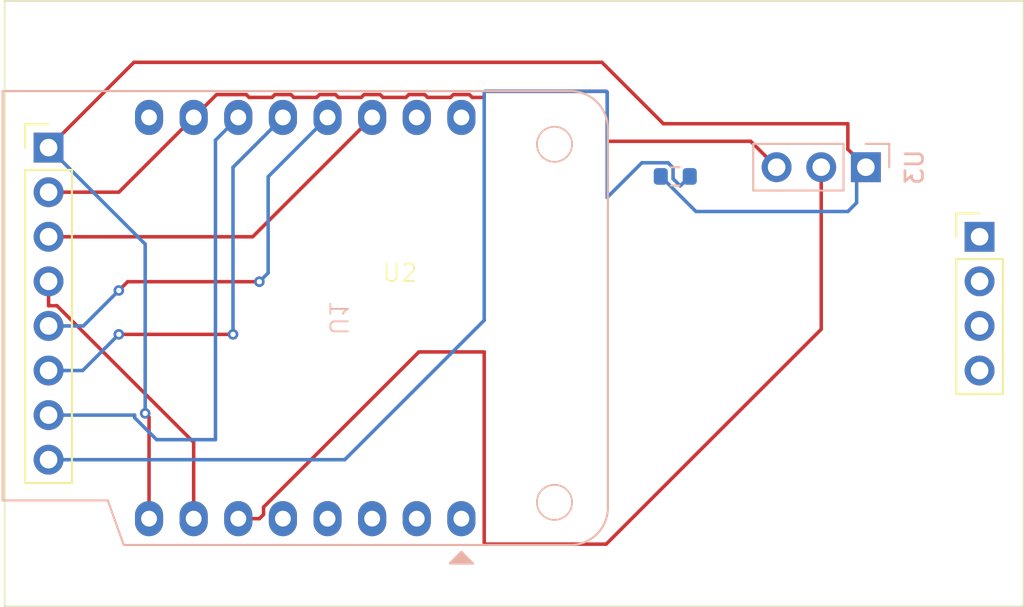
<source format=kicad_pcb>
(kicad_pcb (version 20241129) (generator "pcbnew") (generator_version "9.0")
  (layers (0 "F.Cu" signal) (2 "B.Cu" signal) (13 "F.Paste" user) (15 "B.Paste" user) (5 "F.SilkS" user "F.Silkscreen") (7 "B.SilkS" user "B.Silkscreen") (1 "F.Mask" user) (3 "B.Mask" user) (25 "Edge.Cuts" user))
  (net 0 "")
  (net 1 "Net-(U2-LED)")
  (net 2 "3v")
  (net 3 "gnd")
  (net 4 "Net-(U1-IO8)")
  (net 8 "SDA")
  (net 12 "Net-(U1-IO5)")
  (net 14 "Net-(U1-SCK{slash}IO6)")
  (net 16 "Net-(U1-CS0{slash}IO10)")
  (net 17 "Net-(U1-MOSI{slash}IO7)")
  (footprint "asylum-weather:TFT_ST7735_SD" (layer "F.Cu") (at 162 79)
    (property "Reference" "U2" (at 0 -1.5 0) (layer "F.SilkS") (effects (font (thickness 0.1))))
    (property "Value" "TFT_ST7735_SD")
    (fp_line (start -21.33 -9.97) (end -20 -9.97) (stroke (width 0.12)) (layer "F.SilkS"))
    (fp_line (start -21.33 -8.64) (end -21.33 -9.97) (stroke (width 0.12)) (layer "F.SilkS"))
    (fp_line (start -21.33 -7.37) (end -21.33 10.47) (stroke (width 0.12)) (layer "F.SilkS"))
    (fp_line (start -21.33 -7.37) (end -18.67 -7.37) (stroke (width 0.12)) (layer "F.SilkS"))
    (fp_line (start -21.33 10.47) (end -18.67 10.47) (stroke (width 0.12)) (layer "F.SilkS"))
    (fp_line (start -18.67 -7.37) (end -18.67 10.47) (stroke (width 0.12)) (layer "F.SilkS"))
    (fp_line (start 31.67 -4.89) (end 33 -4.89) (stroke (width 0.12)) (layer "F.SilkS"))
    (fp_line (start 31.67 -3.56) (end 31.67 -4.89) (stroke (width 0.12)) (layer "F.SilkS"))
    (fp_line (start 31.67 -2.29) (end 31.67 5.39) (stroke (width 0.12)) (layer "F.SilkS"))
    (fp_line (start 31.67 -2.29) (end 34.33 -2.29) (stroke (width 0.12)) (layer "F.SilkS"))
    (fp_line (start 31.67 5.39) (end 34.33 5.39) (stroke (width 0.12)) (layer "F.SilkS"))
    (fp_line (start 34.33 -2.29) (end 34.33 5.39) (stroke (width 0.12)) (layer "F.SilkS"))
    (fp_rect (start -22.5 -17) (end 35.5 17.5) (stroke (width 0.1)) (fill no) (layer "F.SilkS"))
    (pad "1" thru_hole rect (at -20 -8.64) (size 1.7 1.7) (drill 1) (layers "*.Cu" "*.Mask") (net 2 "3v"))
    (pad "2" thru_hole oval (at -20 -6.1) (size 1.7 1.7) (drill 1) (layers "*.Cu" "*.Mask") (net 3 "gnd"))
    (pad "3" thru_hole oval (at -20 -3.56) (size 1.7 1.7) (drill 1) (layers "*.Cu" "*.Mask") (net 16 "Net-(U1-CS0{slash}IO10)"))
    (pad "4" thru_hole oval (at -20 -1.02) (size 1.7 1.7) (drill 1) (layers "*.Cu" "*.Mask") (net 12 "Net-(U1-IO5)"))
    (pad "5" thru_hole oval (at -20 1.52) (size 1.7 1.7) (drill 1) (layers "*.Cu" "*.Mask") (net 4 "Net-(U1-IO8)"))
    (pad "6" thru_hole oval (at -20 4.06) (size 1.7 1.7) (drill 1) (layers "*.Cu" "*.Mask") (net 17 "Net-(U1-MOSI{slash}IO7)"))
    (pad "7" thru_hole oval (at -20 6.6) (size 1.7 1.7) (drill 1) (layers "*.Cu" "*.Mask") (net 14 "Net-(U1-SCK{slash}IO6)"))
    (pad "8" thru_hole oval (at -20 9.14) (size 1.7 1.7) (drill 1) (layers "*.Cu" "*.Mask") (net 1 "Net-(U2-LED)"))
    (pad "9" thru_hole rect (at 33 -3.56) (size 1.7 1.7) (drill 1) (layers "*.Cu" "*.Mask"))
    (pad "10" thru_hole oval (at 33 -1.02) (size 1.7 1.7) (drill 1) (layers "*.Cu" "*.Mask"))
    (pad "11" thru_hole oval (at 33 1.52) (size 1.7 1.7) (drill 1) (layers "*.Cu" "*.Mask"))
    (pad "12" thru_hole oval (at 33 4.06) (size 1.7 1.7) (drill 1) (layers "*.Cu" "*.Mask"))
  )
  (footprint "Resistor_SMD:R_0603_1608Metric" (layer "B.Cu") (at 177.675 72)
    (property "Reference" "R1" (hide yes))
    (property "Value" "R")
    (fp_line (start -0.237258 -0.5225) (end 0.237258 -0.5225) (stroke (width 0.12)) (layer "B.SilkS"))
    (fp_line (start -0.237258 0.5225) (end 0.237258 0.5225) (stroke (width 0.12)) (layer "B.SilkS"))
    (pad "1" smd roundrect (at -0.825 0) (size 0.8 0.95) (layers "B.Cu" "B.Mask" "B.Paste") (net 2 "3v"))
    (pad "2" smd roundrect (at 0.825 0) (size 0.8 0.95) (layers "B.Cu" "B.Mask" "B.Paste") (net 1 "Net-(U2-LED)"))
  )
  (footprint "asylum-weather:DHT11" (layer "B.Cu") (at 188.525 71.475 90)
    (property "Reference" "U3" (at 0 2.77 90) (layer "B.SilkS") (effects (justify mirror)))
    (property "Value" "AM2302")
    (fp_line (start -1.33 -6.41) (end 1.33 -6.41) (stroke (width 0.12)) (layer "B.SilkS"))
    (fp_line (start 1.33 -1.27) (end 1.33 -6.41) (stroke (width 0.12)) (layer "B.SilkS"))
    (fp_line (start -1.33 -1.27) (end -1.33 -6.41) (stroke (width 0.12)) (layer "B.SilkS"))
    (fp_line (start -1.33 -1.27) (end 1.33 -1.27) (stroke (width 0.12)) (layer "B.SilkS"))
    (fp_line (start 1.33 1.33) (end 1.33 0) (stroke (width 0.12)) (layer "B.SilkS"))
    (fp_line (start 0 1.33) (end 1.33 1.33) (stroke (width 0.12)) (layer "B.SilkS"))
    (pad "1" thru_hole rect (at 0 0 90) (size 1.7 1.7) (drill 1) (layers "F&B.Cu" "*.Mask") (net 2 "3v"))
    (pad "2" thru_hole oval (at 0 -2.54 90) (size 1.7 1.7) (drill 1) (layers "F&B.Cu" "*.Mask") (net 8 "SDA"))
    (pad "3" thru_hole oval (at 0 -5.08 90) (size 1.7 1.7) (drill 1) (layers "F&B.Cu" "*.Mask") (net 3 "gnd"))
  )
  (footprint "asylum-weather:WEMOS_C3_mini" (layer "B.Cu") (at 158 80.07 90)
    (property "Reference" "U1" (at 0 0.5 -90) (layer "B.SilkS") (effects (font (thickness 0.1)) (justify mirror)))
    (property "Value" "WEMOS_C3_Mini")
    (fp_line (start 12.93 -18.62) (end 12.93 13.71) (stroke (width 0.12)) (layer "B.SilkS"))
    (fp_line (start -10.39 -18.62) (end 12.93 -18.62) (stroke (width 0.12)) (layer "B.SilkS"))
    (fp_line (start -10.39 -12.63) (end -10.39 -18.62) (stroke (width 0.12)) (layer "B.SilkS"))
    (fp_line (start -12.93 -11.72) (end -10.39 -12.63) (stroke (width 0.12)) (layer "B.SilkS"))
    (fp_line (start -12.93 -11.72) (end -12.93 13.71) (stroke (width 0.12)) (layer "B.SilkS"))
    (fp_line (start 10.81 15.84) (end -10.8 15.84) (stroke (width 0.12)) (layer "B.SilkS"))
    (fp_arc (start 12.93 13.71) (mid 12.306137 15.216137) (end 10.8 15.84) (stroke (width 0.12)) (layer "B.SilkS"))
    (fp_arc (start -10.8 15.84) (mid -12.306137 15.216137) (end -12.93 13.71) (stroke (width 0.12)) (layer "B.SilkS"))
    (fp_circle (center 9.9 12.8) (end 10.9 12.8) (stroke (width 0.1)) (fill no) (layer "B.SilkS"))
    (fp_circle (center -10.5 12.8) (end -9.5 12.8) (stroke (width 0.1)) (fill no) (layer "B.SilkS"))
    (fp_poly (pts (xy -13.97 8.135) (xy -13.97 6.865) (xy -13.335 7.5)) (stroke (width 0.15)) (fill yes) (layer "B.SilkS"))
    (pad "1" thru_hole oval (at -11.43 7.5 90) (size 2 1.6) (drill 0.9) (layers "F&B.Cu" "*.Mask"))
    (pad "2" thru_hole oval (at -11.43 4.96 90) (size 2 1.6) (drill 0.9) (layers "F&B.Cu" "*.Mask"))
    (pad "3" thru_hole oval (at -11.43 2.42 90) (size 2 1.6) (drill 0.9) (layers "F&B.Cu" "*.Mask"))
    (pad "4" thru_hole oval (at -11.43 -0.12 90) (size 2 1.6) (drill 0.9) (layers "F&B.Cu" "*.Mask"))
    (pad "5" thru_hole oval (at -11.43 -2.66 90) (size 2 1.6) (drill 0.9) (layers "F&B.Cu" "*.Mask"))
    (pad "6" thru_hole oval (at -11.43 -5.2 90) (size 2 1.6) (drill 0.9) (layers "F&B.Cu" "*.Mask") (net 8 "SDA"))
    (pad "7" thru_hole oval (at -11.43 -7.74 90) (size 2 1.6) (drill 0.9) (layers "F&B.Cu" "*.Mask") (net 12 "Net-(U1-IO5)"))
    (pad "8" thru_hole oval (at -11.43 -10.28 90) (size 2 1.6) (drill 0.9) (layers "F&B.Cu" "*.Mask") (net 2 "3v"))
    (pad "9" thru_hole oval (at 11.43 -10.28 90) (size 2 1.6) (drill 0.9) (layers "F&B.Cu" "*.Mask"))
    (pad "10" thru_hole oval (at 11.43 -7.74 90) (size 2 1.6) (drill 0.9) (layers "F&B.Cu" "*.Mask") (net 3 "gnd"))
    (pad "11" thru_hole oval (at 11.43 -5.2 90) (size 2 1.6) (drill 0.9) (layers "F&B.Cu" "*.Mask") (net 14 "Net-(U1-SCK{slash}IO6)"))
    (pad "12" thru_hole oval (at 11.43 -2.66 90) (size 2 1.6) (drill 0.9) (layers "F&B.Cu" "*.Mask") (net 17 "Net-(U1-MOSI{slash}IO7)"))
    (pad "13" thru_hole oval (at 11.43 -0.12 90) (size 2 1.6) (drill 0.9) (layers "F&B.Cu" "*.Mask") (net 4 "Net-(U1-IO8)"))
    (pad "14" thru_hole oval (at 11.43 2.42 90) (size 2 1.6) (drill 0.9) (layers "F&B.Cu" "*.Mask") (net 16 "Net-(U1-CS0{slash}IO10)"))
    (pad "15" thru_hole oval (at 11.43 4.96 90) (size 2 1.6) (drill 0.9) (layers "F&B.Cu" "*.Mask"))
    (pad "16" thru_hole oval (at 11.43 7.5 90) (size 2 1.6) (drill 0.9) (layers "F&B.Cu" "*.Mask"))
  )
  (gr_rect (start 139.5 62) (end 197.5 96.5) (stroke (width 0.05)) (fill no) (layer "Edge.Cuts"))
  (segment (start 158.86 88.14) (end 142 88.14) (width 0.2) (layer "B.Cu") (net 1))
  (segment (start 166.799 80.201) (end 158.86 88.14) (width 0.2) (layer "B.Cu") (net 1))
  (segment (start 178.5 72) (end 177.95855 72.54145) (width 0.2) (layer "B.Cu") (net 1))
  (segment (start 173.801 67.208164) (end 173.741836 67.149) (width 0.2) (layer "B.Cu") (net 1))
  (segment (start 177.551 72.1339) (end 177.551 71.511936) (width 0.2) (layer "B.Cu") (net 1))
  (segment (start 177.263064 71.224) (end 175.776 71.224) (width 0.2) (layer "B.Cu") (net 1))
  (segment (start 177.551 71.511936) (end 177.263064 71.224) (width 0.2) (layer "B.Cu") (net 1))
  (segment (start 175.776 71.224) (end 173.801 73.199) (width 0.2) (layer "B.Cu") (net 1))
  (segment (start 166.799 67.208164) (end 166.799 80.201) (width 0.2) (layer "B.Cu") (net 1))
  (segment (start 173.741836 67.149) (end 166.858164 67.149) (width 0.2) (layer "B.Cu") (net 1))
  (segment (start 166.858164 67.149) (end 166.799 67.208164) (width 0.2) (layer "B.Cu") (net 1))
  (segment (start 177.95855 72.54145) (end 177.551 72.1339) (width 0.2) (layer "B.Cu") (net 1))
  (segment (start 173.801 73.199) (end 173.801 67.208164) (width 0.2) (layer "B.Cu") (net 1))
  (segment (start 147.72 91.5) (end 147.72 85.72) (width 0.2) (layer "F.Cu") (net 2))
  (segment (start 173.5 65.5) (end 177 69) (width 0.2) (layer "F.Cu") (net 2))
  (segment (start 177 69) (end 187.5 69) (width 0.2) (layer "F.Cu") (net 2))
  (segment (start 187.5 70.45) (end 188.525 71.475) (width 0.2) (layer "F.Cu") (net 2))
  (segment (start 187.5 69) (end 187.5 70.45) (width 0.2) (layer "F.Cu") (net 2))
  (segment (start 142 70.36) (end 146.86 65.5) (width 0.2) (layer "F.Cu") (net 2))
  (segment (start 147.72 85.72) (end 147.5 85.5) (width 0.2) (layer "F.Cu") (net 2))
  (segment (start 146.86 65.5) (end 173.5 65.5) (width 0.2) (layer "F.Cu") (net 2))
  (via (at 147.5 85.5) (size 0.6) (drill 0.3) (layers "F.Cu" "B.Cu") (net 2))
  (segment (start 188 73.5) (end 188 72) (width 0.2) (layer "B.Cu") (net 2))
  (segment (start 187.5 74) (end 188 73.5) (width 0.2) (layer "B.Cu") (net 2))
  (segment (start 178.85 74) (end 187.5 74) (width 0.2) (layer "B.Cu") (net 2))
  (segment (start 188 72) (end 188.525 71.475) (width 0.2) (layer "B.Cu") (net 2))
  (segment (start 147.5 85.5) (end 147.5 75.86) (width 0.2) (layer "B.Cu") (net 2))
  (segment (start 176.85 72) (end 178.85 74) (width 0.2) (layer "B.Cu") (net 2))
  (segment (start 147.5 75.86) (end 142 70.36) (width 0.2) (layer "B.Cu") (net 2))
  (segment (start 159.802951 67.5) (end 158.497049 67.5) (width 0.2) (layer "F.Cu") (net 3))
  (segment (start 159.963951 67.339) (end 159.802951 67.5) (width 0.2) (layer "F.Cu") (net 3))
  (segment (start 173.741836 67.149) (end 166.858164 67.149) (width 0.2) (layer "F.Cu") (net 3))
  (segment (start 154.883951 67.339) (end 154.722951 67.5) (width 0.2) (layer "F.Cu") (net 3))
  (segment (start 154.722951 67.5) (end 153.417049 67.5) (width 0.2) (layer "F.Cu") (net 3))
  (segment (start 162.342951 67.5) (end 161.037049 67.5) (width 0.2) (layer "F.Cu") (net 3))
  (segment (start 166.117049 67.5) (end 165.956049 67.339) (width 0.2) (layer "F.Cu") (net 3))
  (segment (start 166.799 67.5) (end 166.117049 67.5) (width 0.2) (layer "F.Cu") (net 3))
  (segment (start 161.037049 67.5) (end 160.876049 67.339) (width 0.2) (layer "F.Cu") (net 3))
  (segment (start 157.262951 67.5) (end 155.957049 67.5) (width 0.2) (layer "F.Cu") (net 3))
  (segment (start 163.577049 67.5) (end 163.416049 67.339) (width 0.2) (layer "F.Cu") (net 3))
  (segment (start 166.799 67.208164) (end 166.799 67.5) (width 0.2) (layer "F.Cu") (net 3))
  (segment (start 155.957049 67.5) (end 155.796049 67.339) (width 0.2) (layer "F.Cu") (net 3))
  (segment (start 173.801 67.208164) (end 173.741836 67.149) (width 0.2) (layer "F.Cu") (net 3))
  (segment (start 153.417049 67.5) (end 153.256049 67.339) (width 0.2) (layer "F.Cu") (net 3))
  (segment (start 165.043951 67.339) (end 164.882951 67.5) (width 0.2) (layer "F.Cu") (net 3))
  (segment (start 153.256049 67.339) (end 151.561 67.339) (width 0.2) (layer "F.Cu") (net 3))
  (segment (start 181.97 70) (end 173.801 70) (width 0.2) (layer "F.Cu") (net 3))
  (segment (start 164.882951 67.5) (end 163.577049 67.5) (width 0.2) (layer "F.Cu") (net 3))
  (segment (start 151.561 67.339) (end 150.26 68.64) (width 0.2) (layer "F.Cu") (net 3))
  (segment (start 160.876049 67.339) (end 159.963951 67.339) (width 0.2) (layer "F.Cu") (net 3))
  (segment (start 157.423951 67.339) (end 157.262951 67.5) (width 0.2) (layer "F.Cu") (net 3))
  (segment (start 165.956049 67.339) (end 165.043951 67.339) (width 0.2) (layer "F.Cu") (net 3))
  (segment (start 158.336049 67.339) (end 157.423951 67.339) (width 0.2) (layer "F.Cu") (net 3))
  (segment (start 155.796049 67.339) (end 154.883951 67.339) (width 0.2) (layer "F.Cu") (net 3))
  (segment (start 142 72.9) (end 146 72.9) (width 0.2) (layer "F.Cu") (net 3))
  (segment (start 173.801 70) (end 173.801 67.208164) (width 0.2) (layer "F.Cu") (net 3))
  (segment (start 158.497049 67.5) (end 158.336049 67.339) (width 0.2) (layer "F.Cu") (net 3))
  (segment (start 166.858164 67.149) (end 166.799 67.208164) (width 0.2) (layer "F.Cu") (net 3))
  (segment (start 183.445 71.475) (end 181.97 70) (width 0.2) (layer "F.Cu") (net 3))
  (segment (start 162.503951 67.339) (end 162.342951 67.5) (width 0.2) (layer "F.Cu") (net 3))
  (segment (start 163.416049 67.339) (end 162.503951 67.339) (width 0.2) (layer "F.Cu") (net 3))
  (segment (start 146 72.9) (end 150.26 68.64) (width 0.2) (layer "F.Cu") (net 3))
  (segment (start 146 78.5) (end 146.5 78) (width 0.2) (layer "F.Cu") (net 4))
  (segment (start 146.5 78) (end 154 78) (width 0.2) (layer "F.Cu") (net 4))
  (via (at 154 78) (size 0.6) (drill 0.3) (layers "F.Cu" "B.Cu") (net 4))
  (via (at 146 78.5) (size 0.6) (drill 0.3) (layers "F.Cu" "B.Cu") (net 4))
  (segment (start 154 78) (end 154.5 77.5) (width 0.2) (layer "B.Cu") (net 4))
  (segment (start 143.98 80.52) (end 146 78.5) (width 0.2) (layer "B.Cu") (net 4))
  (segment (start 154.5 77.5) (end 154.5 72.02) (width 0.2) (layer "B.Cu") (net 4))
  (segment (start 154.5 72.02) (end 157.88 68.64) (width 0.2) (layer "B.Cu") (net 4))
  (segment (start 142 80.52) (end 143.98 80.52) (width 0.2) (layer "B.Cu") (net 4))
  (segment (start 154.239 90.843951) (end 163.082951 82) (width 0.2) (layer "F.Cu") (net 8))
  (segment (start 166.799 82) (end 166.799 92.891836) (width 0.2) (layer "F.Cu") (net 8))
  (segment (start 166.858164 92.951) (end 173.741836 92.951) (width 0.2) (layer "F.Cu") (net 8))
  (segment (start 185.985 80.707836) (end 185.985 71.475) (width 0.2) (layer "F.Cu") (net 8))
  (segment (start 166.799 92.891836) (end 166.858164 92.951) (width 0.2) (layer "F.Cu") (net 8))
  (segment (start 154.239 91.261) (end 154.239 90.843951) (width 0.2) (layer "F.Cu") (net 8))
  (segment (start 173.741836 92.951) (end 185.985 80.707836) (width 0.2) (layer "F.Cu") (net 8))
  (segment (start 163.082951 82) (end 166.799 82) (width 0.2) (layer "F.Cu") (net 8))
  (segment (start 154 91.5) (end 154.239 91.261) (width 0.2) (layer "F.Cu") (net 8))
  (segment (start 152.8 91.5) (end 154 91.5) (width 0.2) (layer "F.Cu") (net 8))
  (segment (start 150.26 87.15224) (end 150.26 91.5) (width 0.2) (layer "F.Cu") (net 12))
  (segment (start 142 79.369) (end 142.47676 79.369) (width 0.2) (layer "F.Cu") (net 12))
  (segment (start 142 77.98) (end 142 79.369) (width 0.2) (layer "F.Cu") (net 12))
  (segment (start 142.47676 79.369) (end 150.26 87.15224) (width 0.2) (layer "F.Cu") (net 12))
  (segment (start 146.899 85.748943) (end 148.150057 87) (width 0.2) (layer "B.Cu") (net 14))
  (segment (start 151.5 87) (end 151.5 69.94) (width 0.2) (layer "B.Cu") (net 14))
  (segment (start 148.150057 87) (end 151.5 87) (width 0.2) (layer "B.Cu") (net 14))
  (segment (start 146.899 85.6) (end 146.899 85.748943) (width 0.2) (layer "B.Cu") (net 14))
  (segment (start 142 85.6) (end 146.899 85.6) (width 0.2) (layer "B.Cu") (net 14))
  (segment (start 151.5 69.94) (end 152.8 68.64) (width 0.2) (layer "B.Cu") (net 14))
  (segment (start 142 75.44) (end 153.62 75.44) (width 0.2) (layer "F.Cu") (net 16))
  (segment (start 153.62 75.44) (end 160.42 68.64) (width 0.2) (layer "F.Cu") (net 16))
  (segment (start 146 81) (end 152.5 81) (width 0.2) (layer "F.Cu") (net 17))
  (via (at 152.5 81) (size 0.6) (drill 0.3) (layers "F.Cu" "B.Cu") (net 17))
  (via (at 146 81) (size 0.6) (drill 0.3) (layers "F.Cu" "B.Cu") (net 17))
  (segment (start 143.94 83.06) (end 146 81) (width 0.2) (layer "B.Cu") (net 17))
  (segment (start 152.5 71.48) (end 155.34 68.64) (width 0.2) (layer "B.Cu") (net 17))
  (segment (start 152.5 81) (end 152.5 71.48) (width 0.2) (layer "B.Cu") (net 17))
  (segment (start 142 83.06) (end 143.94 83.06) (width 0.2) (layer "B.Cu") (net 17))
)
</source>
